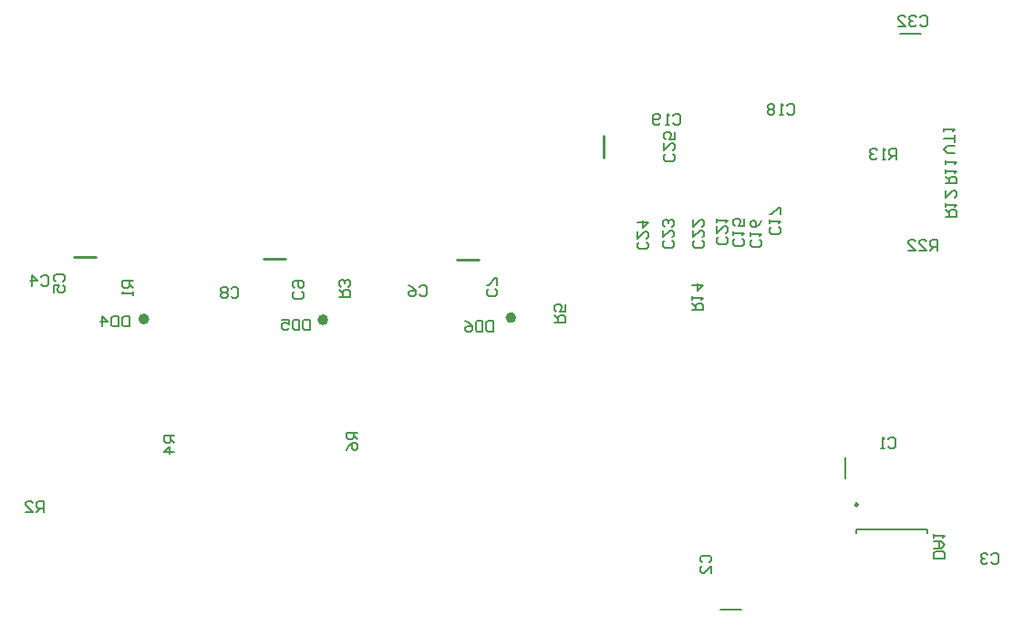
<source format=gbo>
G04 Layer_Color=32896*
%FSLAX24Y24*%
%MOIN*%
G70*
G01*
G75*
%ADD42C,0.0098*%
%ADD44C,0.0079*%
%ADD72C,0.0197*%
D42*
X31081Y4262D02*
G03*
X31081Y4262I-49J0D01*
G01*
X16427Y13238D02*
X17215D01*
X9360Y13268D02*
X10148D01*
X2421Y13327D02*
X3209D01*
X21775Y16964D02*
Y17751D01*
D44*
X30620Y5217D02*
Y6004D01*
X26043Y413D02*
X26831D01*
X31033Y3219D02*
Y3376D01*
X33632Y3219D02*
Y3376D01*
X31033D02*
X33632D01*
X32614Y21481D02*
X33401D01*
X32198Y6667D02*
X32264Y6732D01*
X32395D01*
X32461Y6667D01*
Y6404D01*
X32395Y6339D01*
X32264D01*
X32198Y6404D01*
X32067Y6339D02*
X31936D01*
X32001D01*
Y6732D01*
X32067Y6667D01*
X25391Y2149D02*
X25325Y2215D01*
Y2346D01*
X25391Y2411D01*
X25653D01*
X25719Y2346D01*
Y2215D01*
X25653Y2149D01*
X25719Y1755D02*
Y2018D01*
X25456Y1755D01*
X25391D01*
X25325Y1821D01*
Y1952D01*
X25391Y2018D01*
X12795Y6909D02*
X12402D01*
Y6713D01*
X12467Y6647D01*
X12598D01*
X12664Y6713D01*
Y6909D01*
Y6778D02*
X12795Y6647D01*
X12402Y6253D02*
X12467Y6385D01*
X12598Y6516D01*
X12730D01*
X12795Y6450D01*
Y6319D01*
X12730Y6253D01*
X12664D01*
X12598Y6319D01*
Y6516D01*
X6102Y6791D02*
X5709D01*
Y6595D01*
X5774Y6529D01*
X5906D01*
X5971Y6595D01*
Y6791D01*
Y6660D02*
X6102Y6529D01*
Y6201D02*
X5709D01*
X5906Y6398D01*
Y6135D01*
X19990Y10925D02*
X20384D01*
Y11122D01*
X20318Y11188D01*
X20187D01*
X20121Y11122D01*
Y10925D01*
Y11056D02*
X19990Y11188D01*
X20384Y11581D02*
Y11319D01*
X20187D01*
X20253Y11450D01*
Y11516D01*
X20187Y11581D01*
X20056D01*
X19990Y11516D01*
Y11384D01*
X20056Y11319D01*
X17838Y12152D02*
X17903Y12087D01*
Y11955D01*
X17838Y11890D01*
X17575D01*
X17510Y11955D01*
Y12087D01*
X17575Y12152D01*
X17903Y12283D02*
Y12546D01*
X17838D01*
X17575Y12283D01*
X17510D01*
X15053Y12218D02*
X15118Y12283D01*
X15249D01*
X15315Y12218D01*
Y11955D01*
X15249Y11890D01*
X15118D01*
X15053Y11955D01*
X14659Y12283D02*
X14790Y12218D01*
X14921Y12087D01*
Y11955D01*
X14856Y11890D01*
X14725D01*
X14659Y11955D01*
Y12021D01*
X14725Y12087D01*
X14921D01*
X12136Y11850D02*
X12529D01*
Y12047D01*
X12464Y12113D01*
X12333D01*
X12267Y12047D01*
Y11850D01*
Y11982D02*
X12136Y12113D01*
X12464Y12244D02*
X12529Y12310D01*
Y12441D01*
X12464Y12506D01*
X12398D01*
X12333Y12441D01*
Y12375D01*
Y12441D01*
X12267Y12506D01*
X12201D01*
X12136Y12441D01*
Y12310D01*
X12201Y12244D01*
X10741Y12073D02*
X10807Y12008D01*
Y11877D01*
X10741Y11811D01*
X10479D01*
X10413Y11877D01*
Y12008D01*
X10479Y12073D01*
Y12205D02*
X10413Y12270D01*
Y12401D01*
X10479Y12467D01*
X10741D01*
X10807Y12401D01*
Y12270D01*
X10741Y12205D01*
X10676D01*
X10610Y12270D01*
Y12467D01*
X4596Y12451D02*
X4203D01*
Y12254D01*
X4268Y12188D01*
X4400D01*
X4465Y12254D01*
Y12451D01*
Y12320D02*
X4596Y12188D01*
Y12057D02*
Y11926D01*
Y11992D01*
X4203D01*
X4268Y12057D01*
X1759Y12425D02*
X1693Y12490D01*
Y12621D01*
X1759Y12687D01*
X2021D01*
X2087Y12621D01*
Y12490D01*
X2021Y12425D01*
X1693Y12031D02*
Y12293D01*
X1890D01*
X1824Y12162D01*
Y12097D01*
X1890Y12031D01*
X2021D01*
X2087Y12097D01*
Y12228D01*
X2021Y12293D01*
X8173Y12159D02*
X8238Y12224D01*
X8369D01*
X8435Y12159D01*
Y11896D01*
X8369Y11831D01*
X8238D01*
X8173Y11896D01*
X8041Y12159D02*
X7976Y12224D01*
X7845D01*
X7779Y12159D01*
Y12093D01*
X7845Y12027D01*
X7779Y11962D01*
Y11896D01*
X7845Y11831D01*
X7976D01*
X8041Y11896D01*
Y11962D01*
X7976Y12027D01*
X8041Y12093D01*
Y12159D01*
X7976Y12027D02*
X7845D01*
X24314Y18487D02*
X24380Y18553D01*
X24511D01*
X24577Y18487D01*
Y18225D01*
X24511Y18159D01*
X24380D01*
X24314Y18225D01*
X24183Y18159D02*
X24052D01*
X24118D01*
Y18553D01*
X24183Y18487D01*
X23855Y18225D02*
X23790Y18159D01*
X23658D01*
X23593Y18225D01*
Y18487D01*
X23658Y18553D01*
X23790D01*
X23855Y18487D01*
Y18422D01*
X23790Y18356D01*
X23593D01*
X34616Y17126D02*
X34354D01*
X34222Y17257D01*
X34354Y17388D01*
X34616D01*
Y17520D02*
Y17782D01*
Y17651D01*
X34222D01*
Y17913D02*
Y18044D01*
Y17979D01*
X34616D01*
X34550Y17913D01*
X32497Y16897D02*
Y17291D01*
X32301D01*
X32235Y17225D01*
Y17094D01*
X32301Y17029D01*
X32497D01*
X32366D02*
X32235Y16897D01*
X32104D02*
X31973D01*
X32038D01*
Y17291D01*
X32104Y17225D01*
X31776D02*
X31710Y17291D01*
X31579D01*
X31514Y17225D01*
Y17160D01*
X31579Y17094D01*
X31645D01*
X31579D01*
X31514Y17029D01*
Y16963D01*
X31579Y16897D01*
X31710D01*
X31776Y16963D01*
X1309Y4006D02*
Y4399D01*
X1112D01*
X1047Y4334D01*
Y4203D01*
X1112Y4137D01*
X1309D01*
X1178D02*
X1047Y4006D01*
X653D02*
X915D01*
X653Y4268D01*
Y4334D01*
X719Y4399D01*
X850D01*
X915Y4334D01*
X25030Y11378D02*
X25423D01*
Y11575D01*
X25358Y11640D01*
X25226D01*
X25161Y11575D01*
Y11378D01*
Y11509D02*
X25030Y11640D01*
Y11772D02*
Y11903D01*
Y11837D01*
X25423D01*
X25358Y11772D01*
X25030Y12296D02*
X25423D01*
X25226Y12099D01*
Y12362D01*
X34281Y14783D02*
X34675D01*
Y14980D01*
X34609Y15046D01*
X34478D01*
X34413Y14980D01*
Y14783D01*
Y14915D02*
X34281Y15046D01*
Y15177D02*
Y15308D01*
Y15243D01*
X34675D01*
X34609Y15177D01*
X34281Y15767D02*
Y15505D01*
X34544Y15767D01*
X34609D01*
X34675Y15702D01*
Y15571D01*
X34609Y15505D01*
X34281Y16014D02*
X34675D01*
Y16211D01*
X34609Y16276D01*
X34478D01*
X34413Y16211D01*
Y16014D01*
Y16145D02*
X34281Y16276D01*
Y16407D02*
Y16539D01*
Y16473D01*
X34675D01*
X34609Y16407D01*
X34281Y16735D02*
Y16867D01*
Y16801D01*
X34675D01*
X34609Y16735D01*
X33976Y13573D02*
Y13966D01*
X33780D01*
X33714Y13901D01*
Y13770D01*
X33780Y13704D01*
X33976D01*
X33845D02*
X33714Y13573D01*
X33320D02*
X33583D01*
X33320Y13835D01*
Y13901D01*
X33386Y13966D01*
X33517D01*
X33583Y13901D01*
X32927Y13573D02*
X33189D01*
X32927Y13835D01*
Y13901D01*
X32992Y13966D01*
X33124D01*
X33189Y13901D01*
X17762Y10990D02*
Y10596D01*
X17565D01*
X17499Y10662D01*
Y10924D01*
X17565Y10990D01*
X17762D01*
X17368D02*
Y10596D01*
X17171D01*
X17106Y10662D01*
Y10924D01*
X17171Y10990D01*
X17368D01*
X16712D02*
X16843Y10924D01*
X16975Y10793D01*
Y10662D01*
X16909Y10596D01*
X16778D01*
X16712Y10662D01*
Y10728D01*
X16778Y10793D01*
X16975D01*
X11063Y11043D02*
Y10650D01*
X10866D01*
X10801Y10715D01*
Y10978D01*
X10866Y11043D01*
X11063D01*
X10669D02*
Y10650D01*
X10473D01*
X10407Y10715D01*
Y10978D01*
X10473Y11043D01*
X10669D01*
X10013D02*
X10276D01*
Y10846D01*
X10145Y10912D01*
X10079D01*
X10013Y10846D01*
Y10715D01*
X10079Y10650D01*
X10210D01*
X10276Y10715D01*
X34252Y2283D02*
X33858D01*
Y2480D01*
X33924Y2546D01*
X34186D01*
X34252Y2480D01*
Y2283D01*
X33858Y2677D02*
X34121D01*
X34252Y2808D01*
X34121Y2939D01*
X33858D01*
X34055D01*
Y2677D01*
X33858Y3071D02*
Y3202D01*
Y3136D01*
X34252D01*
X34186Y3071D01*
X1226Y12594D02*
X1292Y12659D01*
X1423D01*
X1489Y12594D01*
Y12331D01*
X1423Y12266D01*
X1292D01*
X1226Y12331D01*
X898Y12266D02*
Y12659D01*
X1095Y12462D01*
X833D01*
X33345Y22085D02*
X33411Y22151D01*
X33542D01*
X33607Y22085D01*
Y21823D01*
X33542Y21757D01*
X33411D01*
X33345Y21823D01*
X33214Y22085D02*
X33148Y22151D01*
X33017D01*
X32952Y22085D01*
Y22020D01*
X33017Y21954D01*
X33083D01*
X33017D01*
X32952Y21889D01*
Y21823D01*
X33017Y21757D01*
X33148D01*
X33214Y21823D01*
X32558Y21757D02*
X32820D01*
X32558Y22020D01*
Y22085D01*
X32624Y22151D01*
X32755D01*
X32820Y22085D01*
X35968Y2434D02*
X36034Y2500D01*
X36165D01*
X36230Y2434D01*
Y2172D01*
X36165Y2106D01*
X36034D01*
X35968Y2172D01*
X35837Y2434D02*
X35771Y2500D01*
X35640D01*
X35574Y2434D01*
Y2369D01*
X35640Y2303D01*
X35706D01*
X35640D01*
X35574Y2237D01*
Y2172D01*
X35640Y2106D01*
X35771D01*
X35837Y2172D01*
X24324Y17103D02*
X24390Y17037D01*
Y16906D01*
X24324Y16841D01*
X24062D01*
X23996Y16906D01*
Y17037D01*
X24062Y17103D01*
X23996Y17497D02*
Y17234D01*
X24258Y17497D01*
X24324D01*
X24390Y17431D01*
Y17300D01*
X24324Y17234D01*
X24390Y17890D02*
Y17628D01*
X24193D01*
X24258Y17759D01*
Y17824D01*
X24193Y17890D01*
X24062D01*
X23996Y17824D01*
Y17693D01*
X24062Y17628D01*
X23350Y13875D02*
X23415Y13809D01*
Y13678D01*
X23350Y13612D01*
X23087D01*
X23022Y13678D01*
Y13809D01*
X23087Y13875D01*
X23022Y14268D02*
Y14006D01*
X23284Y14268D01*
X23350D01*
X23415Y14203D01*
Y14071D01*
X23350Y14006D01*
X23022Y14596D02*
X23415D01*
X23218Y14399D01*
Y14662D01*
X24295Y13914D02*
X24360Y13848D01*
Y13717D01*
X24295Y13652D01*
X24032D01*
X23967Y13717D01*
Y13848D01*
X24032Y13914D01*
X23967Y14308D02*
Y14045D01*
X24229Y14308D01*
X24295D01*
X24360Y14242D01*
Y14111D01*
X24295Y14045D01*
Y14439D02*
X24360Y14504D01*
Y14636D01*
X24295Y14701D01*
X24229D01*
X24163Y14636D01*
Y14570D01*
Y14636D01*
X24098Y14701D01*
X24032D01*
X23967Y14636D01*
Y14504D01*
X24032Y14439D01*
X25397Y13914D02*
X25462Y13848D01*
Y13717D01*
X25397Y13652D01*
X25134D01*
X25069Y13717D01*
Y13848D01*
X25134Y13914D01*
X25069Y14308D02*
Y14045D01*
X25331Y14308D01*
X25397D01*
X25462Y14242D01*
Y14111D01*
X25397Y14045D01*
X25069Y14701D02*
Y14439D01*
X25331Y14701D01*
X25397D01*
X25462Y14636D01*
Y14504D01*
X25397Y14439D01*
X26243Y14062D02*
X26309Y13996D01*
Y13865D01*
X26243Y13799D01*
X25981D01*
X25915Y13865D01*
Y13996D01*
X25981Y14062D01*
X25915Y14455D02*
Y14193D01*
X26178Y14455D01*
X26243D01*
X26309Y14390D01*
Y14258D01*
X26243Y14193D01*
X25915Y14586D02*
Y14718D01*
Y14652D01*
X26309D01*
X26243Y14586D01*
X28495Y18865D02*
X28561Y18931D01*
X28692D01*
X28757Y18865D01*
Y18603D01*
X28692Y18537D01*
X28561D01*
X28495Y18603D01*
X28364Y18537D02*
X28233D01*
X28298D01*
Y18931D01*
X28364Y18865D01*
X28036D02*
X27970Y18931D01*
X27839D01*
X27774Y18865D01*
Y18800D01*
X27839Y18734D01*
X27774Y18669D01*
Y18603D01*
X27839Y18537D01*
X27970D01*
X28036Y18603D01*
Y18669D01*
X27970Y18734D01*
X28036Y18800D01*
Y18865D01*
X27970Y18734D02*
X27839D01*
X28185Y14420D02*
X28251Y14354D01*
Y14223D01*
X28185Y14157D01*
X27923D01*
X27857Y14223D01*
Y14354D01*
X27923Y14420D01*
X27857Y14551D02*
Y14682D01*
Y14617D01*
X28251D01*
X28185Y14551D01*
X28251Y14879D02*
Y15141D01*
X28185D01*
X27923Y14879D01*
X27857D01*
X27483Y13953D02*
X27549Y13888D01*
Y13757D01*
X27483Y13691D01*
X27221D01*
X27156Y13757D01*
Y13888D01*
X27221Y13953D01*
X27156Y14085D02*
Y14216D01*
Y14150D01*
X27549D01*
X27483Y14085D01*
X27549Y14675D02*
X27483Y14544D01*
X27352Y14412D01*
X27221D01*
X27156Y14478D01*
Y14609D01*
X27221Y14675D01*
X27287D01*
X27352Y14609D01*
Y14412D01*
X26844Y13993D02*
X26909Y13927D01*
Y13796D01*
X26844Y13730D01*
X26581D01*
X26516Y13796D01*
Y13927D01*
X26581Y13993D01*
X26516Y14124D02*
Y14255D01*
Y14189D01*
X26909D01*
X26844Y14124D01*
X26909Y14714D02*
Y14452D01*
X26713D01*
X26778Y14583D01*
Y14649D01*
X26713Y14714D01*
X26581D01*
X26516Y14649D01*
Y14517D01*
X26581Y14452D01*
X4439Y11171D02*
Y10778D01*
X4242D01*
X4177Y10843D01*
Y11106D01*
X4242Y11171D01*
X4439D01*
X4045D02*
Y10778D01*
X3849D01*
X3783Y10843D01*
Y11106D01*
X3849Y11171D01*
X4045D01*
X3455Y10778D02*
Y11171D01*
X3652Y10974D01*
X3389D01*
D72*
X5079Y11059D02*
G03*
X5079Y11059I-98J0D01*
G01*
X11624Y11030D02*
G03*
X11624Y11030I-98J0D01*
G01*
X18494Y11108D02*
G03*
X18494Y11108I-98J0D01*
G01*
M02*

</source>
